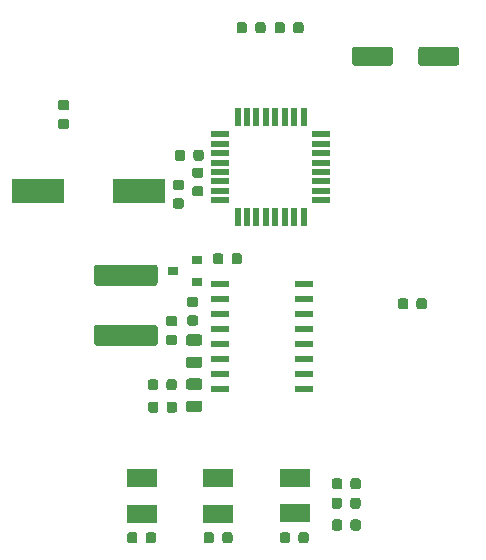
<source format=gtp>
G04 #@! TF.GenerationSoftware,KiCad,Pcbnew,5.1.9+dfsg1-1*
G04 #@! TF.CreationDate,2022-02-26T07:12:57+01:00*
G04 #@! TF.ProjectId,mobus,6d6f6275-732e-46b6-9963-61645f706362,rev?*
G04 #@! TF.SameCoordinates,Original*
G04 #@! TF.FileFunction,Paste,Top*
G04 #@! TF.FilePolarity,Positive*
%FSLAX46Y46*%
G04 Gerber Fmt 4.6, Leading zero omitted, Abs format (unit mm)*
G04 Created by KiCad (PCBNEW 5.1.9+dfsg1-1) date 2022-02-26 07:12:57*
%MOMM*%
%LPD*%
G01*
G04 APERTURE LIST*
%ADD10R,4.500000X2.000000*%
%ADD11R,1.500000X0.600000*%
%ADD12R,0.550000X1.600000*%
%ADD13R,1.600000X0.550000*%
%ADD14R,0.900000X0.800000*%
%ADD15R,2.600000X1.500000*%
G04 APERTURE END LIST*
G36*
G01*
X128810500Y-85219250D02*
X128810500Y-84706750D01*
G75*
G02*
X129029250Y-84488000I218750J0D01*
G01*
X129466750Y-84488000D01*
G75*
G02*
X129685500Y-84706750I0J-218750D01*
G01*
X129685500Y-85219250D01*
G75*
G02*
X129466750Y-85438000I-218750J0D01*
G01*
X129029250Y-85438000D01*
G75*
G02*
X128810500Y-85219250I0J218750D01*
G01*
G37*
G36*
G01*
X127235500Y-85219250D02*
X127235500Y-84706750D01*
G75*
G02*
X127454250Y-84488000I218750J0D01*
G01*
X127891750Y-84488000D01*
G75*
G02*
X128110500Y-84706750I0J-218750D01*
G01*
X128110500Y-85219250D01*
G75*
G02*
X127891750Y-85438000I-218750J0D01*
G01*
X127454250Y-85438000D01*
G75*
G02*
X127235500Y-85219250I0J218750D01*
G01*
G37*
G36*
G01*
X106653500Y-83440000D02*
X101753500Y-83440000D01*
G75*
G02*
X101503500Y-83190000I0J250000D01*
G01*
X101503500Y-81890000D01*
G75*
G02*
X101753500Y-81640000I250000J0D01*
G01*
X106653500Y-81640000D01*
G75*
G02*
X106903500Y-81890000I0J-250000D01*
G01*
X106903500Y-83190000D01*
G75*
G02*
X106653500Y-83440000I-250000J0D01*
G01*
G37*
G36*
G01*
X106653500Y-88540000D02*
X101753500Y-88540000D01*
G75*
G02*
X101503500Y-88290000I0J250000D01*
G01*
X101503500Y-86990000D01*
G75*
G02*
X101753500Y-86740000I250000J0D01*
G01*
X106653500Y-86740000D01*
G75*
G02*
X106903500Y-86990000I0J-250000D01*
G01*
X106903500Y-88290000D01*
G75*
G02*
X106653500Y-88540000I-250000J0D01*
G01*
G37*
D10*
X105278500Y-75438000D03*
X96778500Y-75438000D03*
G36*
G01*
X110555750Y-74300500D02*
X110043250Y-74300500D01*
G75*
G02*
X109824500Y-74081750I0J218750D01*
G01*
X109824500Y-73644250D01*
G75*
G02*
X110043250Y-73425500I218750J0D01*
G01*
X110555750Y-73425500D01*
G75*
G02*
X110774500Y-73644250I0J-218750D01*
G01*
X110774500Y-74081750D01*
G75*
G02*
X110555750Y-74300500I-218750J0D01*
G01*
G37*
G36*
G01*
X110555750Y-75875500D02*
X110043250Y-75875500D01*
G75*
G02*
X109824500Y-75656750I0J218750D01*
G01*
X109824500Y-75219250D01*
G75*
G02*
X110043250Y-75000500I218750J0D01*
G01*
X110555750Y-75000500D01*
G75*
G02*
X110774500Y-75219250I0J-218750D01*
G01*
X110774500Y-75656750D01*
G75*
G02*
X110555750Y-75875500I-218750J0D01*
G01*
G37*
G36*
G01*
X108904750Y-75342000D02*
X108392250Y-75342000D01*
G75*
G02*
X108173500Y-75123250I0J218750D01*
G01*
X108173500Y-74685750D01*
G75*
G02*
X108392250Y-74467000I218750J0D01*
G01*
X108904750Y-74467000D01*
G75*
G02*
X109123500Y-74685750I0J-218750D01*
G01*
X109123500Y-75123250D01*
G75*
G02*
X108904750Y-75342000I-218750J0D01*
G01*
G37*
G36*
G01*
X108904750Y-76917000D02*
X108392250Y-76917000D01*
G75*
G02*
X108173500Y-76698250I0J218750D01*
G01*
X108173500Y-76260750D01*
G75*
G02*
X108392250Y-76042000I218750J0D01*
G01*
X108904750Y-76042000D01*
G75*
G02*
X109123500Y-76260750I0J-218750D01*
G01*
X109123500Y-76698250D01*
G75*
G02*
X108904750Y-76917000I-218750J0D01*
G01*
G37*
D11*
X119247000Y-83312000D03*
X119247000Y-84582000D03*
X119247000Y-85852000D03*
X119247000Y-87122000D03*
X119247000Y-88392000D03*
X119247000Y-89662000D03*
X119247000Y-90932000D03*
X119247000Y-92202000D03*
X112147000Y-92202000D03*
X112147000Y-90932000D03*
X112147000Y-89662000D03*
X112147000Y-88392000D03*
X112147000Y-87122000D03*
X112147000Y-85852000D03*
X112147000Y-84582000D03*
X112147000Y-83312000D03*
D12*
X113659000Y-69156000D03*
X114459000Y-69156000D03*
X115259000Y-69156000D03*
X116059000Y-69156000D03*
X116859000Y-69156000D03*
X117659000Y-69156000D03*
X118459000Y-69156000D03*
X119259000Y-69156000D03*
D13*
X120709000Y-70606000D03*
X120709000Y-71406000D03*
X120709000Y-72206000D03*
X120709000Y-73006000D03*
X120709000Y-73806000D03*
X120709000Y-74606000D03*
X120709000Y-75406000D03*
X120709000Y-76206000D03*
D12*
X119259000Y-77656000D03*
X118459000Y-77656000D03*
X117659000Y-77656000D03*
X116859000Y-77656000D03*
X116059000Y-77656000D03*
X115259000Y-77656000D03*
X114459000Y-77656000D03*
X113659000Y-77656000D03*
D13*
X112209000Y-76206000D03*
X112209000Y-75406000D03*
X112209000Y-74606000D03*
X112209000Y-73806000D03*
X112209000Y-73006000D03*
X112209000Y-72206000D03*
X112209000Y-71406000D03*
X112209000Y-70606000D03*
G36*
G01*
X107820750Y-87573500D02*
X108333250Y-87573500D01*
G75*
G02*
X108552000Y-87792250I0J-218750D01*
G01*
X108552000Y-88229750D01*
G75*
G02*
X108333250Y-88448500I-218750J0D01*
G01*
X107820750Y-88448500D01*
G75*
G02*
X107602000Y-88229750I0J218750D01*
G01*
X107602000Y-87792250D01*
G75*
G02*
X107820750Y-87573500I218750J0D01*
G01*
G37*
G36*
G01*
X107820750Y-85998500D02*
X108333250Y-85998500D01*
G75*
G02*
X108552000Y-86217250I0J-218750D01*
G01*
X108552000Y-86654750D01*
G75*
G02*
X108333250Y-86873500I-218750J0D01*
G01*
X107820750Y-86873500D01*
G75*
G02*
X107602000Y-86654750I0J218750D01*
G01*
X107602000Y-86217250D01*
G75*
G02*
X107820750Y-85998500I218750J0D01*
G01*
G37*
G36*
G01*
X109598750Y-85948000D02*
X110111250Y-85948000D01*
G75*
G02*
X110330000Y-86166750I0J-218750D01*
G01*
X110330000Y-86604250D01*
G75*
G02*
X110111250Y-86823000I-218750J0D01*
G01*
X109598750Y-86823000D01*
G75*
G02*
X109380000Y-86604250I0J218750D01*
G01*
X109380000Y-86166750D01*
G75*
G02*
X109598750Y-85948000I218750J0D01*
G01*
G37*
G36*
G01*
X109598750Y-84373000D02*
X110111250Y-84373000D01*
G75*
G02*
X110330000Y-84591750I0J-218750D01*
G01*
X110330000Y-85029250D01*
G75*
G02*
X110111250Y-85248000I-218750J0D01*
G01*
X109598750Y-85248000D01*
G75*
G02*
X109380000Y-85029250I0J218750D01*
G01*
X109380000Y-84591750D01*
G75*
G02*
X109598750Y-84373000I218750J0D01*
G01*
G37*
G36*
G01*
X106939500Y-91564750D02*
X106939500Y-92077250D01*
G75*
G02*
X106720750Y-92296000I-218750J0D01*
G01*
X106283250Y-92296000D01*
G75*
G02*
X106064500Y-92077250I0J218750D01*
G01*
X106064500Y-91564750D01*
G75*
G02*
X106283250Y-91346000I218750J0D01*
G01*
X106720750Y-91346000D01*
G75*
G02*
X106939500Y-91564750I0J-218750D01*
G01*
G37*
G36*
G01*
X108514500Y-91564750D02*
X108514500Y-92077250D01*
G75*
G02*
X108295750Y-92296000I-218750J0D01*
G01*
X107858250Y-92296000D01*
G75*
G02*
X107639500Y-92077250I0J218750D01*
G01*
X107639500Y-91564750D01*
G75*
G02*
X107858250Y-91346000I218750J0D01*
G01*
X108295750Y-91346000D01*
G75*
G02*
X108514500Y-91564750I0J-218750D01*
G01*
G37*
G36*
G01*
X106965000Y-93469750D02*
X106965000Y-93982250D01*
G75*
G02*
X106746250Y-94201000I-218750J0D01*
G01*
X106308750Y-94201000D01*
G75*
G02*
X106090000Y-93982250I0J218750D01*
G01*
X106090000Y-93469750D01*
G75*
G02*
X106308750Y-93251000I218750J0D01*
G01*
X106746250Y-93251000D01*
G75*
G02*
X106965000Y-93469750I0J-218750D01*
G01*
G37*
G36*
G01*
X108540000Y-93469750D02*
X108540000Y-93982250D01*
G75*
G02*
X108321250Y-94201000I-218750J0D01*
G01*
X107883750Y-94201000D01*
G75*
G02*
X107665000Y-93982250I0J218750D01*
G01*
X107665000Y-93469750D01*
G75*
G02*
X107883750Y-93251000I218750J0D01*
G01*
X108321250Y-93251000D01*
G75*
G02*
X108540000Y-93469750I0J-218750D01*
G01*
G37*
G36*
G01*
X122497000Y-101597750D02*
X122497000Y-102110250D01*
G75*
G02*
X122278250Y-102329000I-218750J0D01*
G01*
X121840750Y-102329000D01*
G75*
G02*
X121622000Y-102110250I0J218750D01*
G01*
X121622000Y-101597750D01*
G75*
G02*
X121840750Y-101379000I218750J0D01*
G01*
X122278250Y-101379000D01*
G75*
G02*
X122497000Y-101597750I0J-218750D01*
G01*
G37*
G36*
G01*
X124072000Y-101597750D02*
X124072000Y-102110250D01*
G75*
G02*
X123853250Y-102329000I-218750J0D01*
G01*
X123415750Y-102329000D01*
G75*
G02*
X123197000Y-102110250I0J218750D01*
G01*
X123197000Y-101597750D01*
G75*
G02*
X123415750Y-101379000I218750J0D01*
G01*
X123853250Y-101379000D01*
G75*
G02*
X124072000Y-101597750I0J-218750D01*
G01*
G37*
G36*
G01*
X105187000Y-104518750D02*
X105187000Y-105031250D01*
G75*
G02*
X104968250Y-105250000I-218750J0D01*
G01*
X104530750Y-105250000D01*
G75*
G02*
X104312000Y-105031250I0J218750D01*
G01*
X104312000Y-104518750D01*
G75*
G02*
X104530750Y-104300000I218750J0D01*
G01*
X104968250Y-104300000D01*
G75*
G02*
X105187000Y-104518750I0J-218750D01*
G01*
G37*
G36*
G01*
X106762000Y-104518750D02*
X106762000Y-105031250D01*
G75*
G02*
X106543250Y-105250000I-218750J0D01*
G01*
X106105750Y-105250000D01*
G75*
G02*
X105887000Y-105031250I0J218750D01*
G01*
X105887000Y-104518750D01*
G75*
G02*
X106105750Y-104300000I218750J0D01*
G01*
X106543250Y-104300000D01*
G75*
G02*
X106762000Y-104518750I0J-218750D01*
G01*
G37*
G36*
G01*
X122522500Y-99946750D02*
X122522500Y-100459250D01*
G75*
G02*
X122303750Y-100678000I-218750J0D01*
G01*
X121866250Y-100678000D01*
G75*
G02*
X121647500Y-100459250I0J218750D01*
G01*
X121647500Y-99946750D01*
G75*
G02*
X121866250Y-99728000I218750J0D01*
G01*
X122303750Y-99728000D01*
G75*
G02*
X122522500Y-99946750I0J-218750D01*
G01*
G37*
G36*
G01*
X124097500Y-99946750D02*
X124097500Y-100459250D01*
G75*
G02*
X123878750Y-100678000I-218750J0D01*
G01*
X123441250Y-100678000D01*
G75*
G02*
X123222500Y-100459250I0J218750D01*
G01*
X123222500Y-99946750D01*
G75*
G02*
X123441250Y-99728000I218750J0D01*
G01*
X123878750Y-99728000D01*
G75*
G02*
X124097500Y-99946750I0J-218750D01*
G01*
G37*
G36*
G01*
X111664000Y-104518750D02*
X111664000Y-105031250D01*
G75*
G02*
X111445250Y-105250000I-218750J0D01*
G01*
X111007750Y-105250000D01*
G75*
G02*
X110789000Y-105031250I0J218750D01*
G01*
X110789000Y-104518750D01*
G75*
G02*
X111007750Y-104300000I218750J0D01*
G01*
X111445250Y-104300000D01*
G75*
G02*
X111664000Y-104518750I0J-218750D01*
G01*
G37*
G36*
G01*
X113239000Y-104518750D02*
X113239000Y-105031250D01*
G75*
G02*
X113020250Y-105250000I-218750J0D01*
G01*
X112582750Y-105250000D01*
G75*
G02*
X112364000Y-105031250I0J218750D01*
G01*
X112364000Y-104518750D01*
G75*
G02*
X112582750Y-104300000I218750J0D01*
G01*
X113020250Y-104300000D01*
G75*
G02*
X113239000Y-104518750I0J-218750D01*
G01*
G37*
G36*
G01*
X122522500Y-103439250D02*
X122522500Y-103951750D01*
G75*
G02*
X122303750Y-104170500I-218750J0D01*
G01*
X121866250Y-104170500D01*
G75*
G02*
X121647500Y-103951750I0J218750D01*
G01*
X121647500Y-103439250D01*
G75*
G02*
X121866250Y-103220500I218750J0D01*
G01*
X122303750Y-103220500D01*
G75*
G02*
X122522500Y-103439250I0J-218750D01*
G01*
G37*
G36*
G01*
X124097500Y-103439250D02*
X124097500Y-103951750D01*
G75*
G02*
X123878750Y-104170500I-218750J0D01*
G01*
X123441250Y-104170500D01*
G75*
G02*
X123222500Y-103951750I0J218750D01*
G01*
X123222500Y-103439250D01*
G75*
G02*
X123441250Y-103220500I218750J0D01*
G01*
X123878750Y-103220500D01*
G75*
G02*
X124097500Y-103439250I0J-218750D01*
G01*
G37*
G36*
G01*
X118115500Y-104518750D02*
X118115500Y-105031250D01*
G75*
G02*
X117896750Y-105250000I-218750J0D01*
G01*
X117459250Y-105250000D01*
G75*
G02*
X117240500Y-105031250I0J218750D01*
G01*
X117240500Y-104518750D01*
G75*
G02*
X117459250Y-104300000I218750J0D01*
G01*
X117896750Y-104300000D01*
G75*
G02*
X118115500Y-104518750I0J-218750D01*
G01*
G37*
G36*
G01*
X119690500Y-104518750D02*
X119690500Y-105031250D01*
G75*
G02*
X119471750Y-105250000I-218750J0D01*
G01*
X119034250Y-105250000D01*
G75*
G02*
X118815500Y-105031250I0J218750D01*
G01*
X118815500Y-104518750D01*
G75*
G02*
X119034250Y-104300000I218750J0D01*
G01*
X119471750Y-104300000D01*
G75*
G02*
X119690500Y-104518750I0J-218750D01*
G01*
G37*
D14*
X108220000Y-82169000D03*
X110220000Y-81219000D03*
X110220000Y-83119000D03*
D15*
X105537000Y-99719000D03*
X105537000Y-102719000D03*
X112014000Y-99743000D03*
X112014000Y-102743000D03*
X118491000Y-99695000D03*
X118491000Y-102695000D03*
G36*
G01*
X110438250Y-88528500D02*
X109525750Y-88528500D01*
G75*
G02*
X109282000Y-88284750I0J243750D01*
G01*
X109282000Y-87797250D01*
G75*
G02*
X109525750Y-87553500I243750J0D01*
G01*
X110438250Y-87553500D01*
G75*
G02*
X110682000Y-87797250I0J-243750D01*
G01*
X110682000Y-88284750D01*
G75*
G02*
X110438250Y-88528500I-243750J0D01*
G01*
G37*
G36*
G01*
X110438250Y-90403500D02*
X109525750Y-90403500D01*
G75*
G02*
X109282000Y-90159750I0J243750D01*
G01*
X109282000Y-89672250D01*
G75*
G02*
X109525750Y-89428500I243750J0D01*
G01*
X110438250Y-89428500D01*
G75*
G02*
X110682000Y-89672250I0J-243750D01*
G01*
X110682000Y-90159750D01*
G75*
G02*
X110438250Y-90403500I-243750J0D01*
G01*
G37*
G36*
G01*
X110438250Y-92260000D02*
X109525750Y-92260000D01*
G75*
G02*
X109282000Y-92016250I0J243750D01*
G01*
X109282000Y-91528750D01*
G75*
G02*
X109525750Y-91285000I243750J0D01*
G01*
X110438250Y-91285000D01*
G75*
G02*
X110682000Y-91528750I0J-243750D01*
G01*
X110682000Y-92016250D01*
G75*
G02*
X110438250Y-92260000I-243750J0D01*
G01*
G37*
G36*
G01*
X110438250Y-94135000D02*
X109525750Y-94135000D01*
G75*
G02*
X109282000Y-93891250I0J243750D01*
G01*
X109282000Y-93403750D01*
G75*
G02*
X109525750Y-93160000I243750J0D01*
G01*
X110438250Y-93160000D01*
G75*
G02*
X110682000Y-93403750I0J-243750D01*
G01*
X110682000Y-93891250D01*
G75*
G02*
X110438250Y-94135000I-243750J0D01*
G01*
G37*
G36*
G01*
X113151500Y-81409250D02*
X113151500Y-80896750D01*
G75*
G02*
X113370250Y-80678000I218750J0D01*
G01*
X113807750Y-80678000D01*
G75*
G02*
X114026500Y-80896750I0J-218750D01*
G01*
X114026500Y-81409250D01*
G75*
G02*
X113807750Y-81628000I-218750J0D01*
G01*
X113370250Y-81628000D01*
G75*
G02*
X113151500Y-81409250I0J218750D01*
G01*
G37*
G36*
G01*
X111576500Y-81409250D02*
X111576500Y-80896750D01*
G75*
G02*
X111795250Y-80678000I218750J0D01*
G01*
X112232750Y-80678000D01*
G75*
G02*
X112451500Y-80896750I0J-218750D01*
G01*
X112451500Y-81409250D01*
G75*
G02*
X112232750Y-81628000I-218750J0D01*
G01*
X111795250Y-81628000D01*
G75*
G02*
X111576500Y-81409250I0J218750D01*
G01*
G37*
G36*
G01*
X98676750Y-69285500D02*
X99189250Y-69285500D01*
G75*
G02*
X99408000Y-69504250I0J-218750D01*
G01*
X99408000Y-69941750D01*
G75*
G02*
X99189250Y-70160500I-218750J0D01*
G01*
X98676750Y-70160500D01*
G75*
G02*
X98458000Y-69941750I0J218750D01*
G01*
X98458000Y-69504250D01*
G75*
G02*
X98676750Y-69285500I218750J0D01*
G01*
G37*
G36*
G01*
X98676750Y-67710500D02*
X99189250Y-67710500D01*
G75*
G02*
X99408000Y-67929250I0J-218750D01*
G01*
X99408000Y-68366750D01*
G75*
G02*
X99189250Y-68585500I-218750J0D01*
G01*
X98676750Y-68585500D01*
G75*
G02*
X98458000Y-68366750I0J218750D01*
G01*
X98458000Y-67929250D01*
G75*
G02*
X98676750Y-67710500I218750J0D01*
G01*
G37*
G36*
G01*
X115158000Y-61851250D02*
X115158000Y-61338750D01*
G75*
G02*
X115376750Y-61120000I218750J0D01*
G01*
X115814250Y-61120000D01*
G75*
G02*
X116033000Y-61338750I0J-218750D01*
G01*
X116033000Y-61851250D01*
G75*
G02*
X115814250Y-62070000I-218750J0D01*
G01*
X115376750Y-62070000D01*
G75*
G02*
X115158000Y-61851250I0J218750D01*
G01*
G37*
G36*
G01*
X113583000Y-61851250D02*
X113583000Y-61338750D01*
G75*
G02*
X113801750Y-61120000I218750J0D01*
G01*
X114239250Y-61120000D01*
G75*
G02*
X114458000Y-61338750I0J-218750D01*
G01*
X114458000Y-61851250D01*
G75*
G02*
X114239250Y-62070000I-218750J0D01*
G01*
X113801750Y-62070000D01*
G75*
G02*
X113583000Y-61851250I0J218750D01*
G01*
G37*
G36*
G01*
X117671000Y-61338750D02*
X117671000Y-61851250D01*
G75*
G02*
X117452250Y-62070000I-218750J0D01*
G01*
X117014750Y-62070000D01*
G75*
G02*
X116796000Y-61851250I0J218750D01*
G01*
X116796000Y-61338750D01*
G75*
G02*
X117014750Y-61120000I218750J0D01*
G01*
X117452250Y-61120000D01*
G75*
G02*
X117671000Y-61338750I0J-218750D01*
G01*
G37*
G36*
G01*
X119246000Y-61338750D02*
X119246000Y-61851250D01*
G75*
G02*
X119027250Y-62070000I-218750J0D01*
G01*
X118589750Y-62070000D01*
G75*
G02*
X118371000Y-61851250I0J218750D01*
G01*
X118371000Y-61338750D01*
G75*
G02*
X118589750Y-61120000I218750J0D01*
G01*
X119027250Y-61120000D01*
G75*
G02*
X119246000Y-61338750I0J-218750D01*
G01*
G37*
G36*
G01*
X126839000Y-63458000D02*
X126839000Y-64558000D01*
G75*
G02*
X126589000Y-64808000I-250000J0D01*
G01*
X123589000Y-64808000D01*
G75*
G02*
X123339000Y-64558000I0J250000D01*
G01*
X123339000Y-63458000D01*
G75*
G02*
X123589000Y-63208000I250000J0D01*
G01*
X126589000Y-63208000D01*
G75*
G02*
X126839000Y-63458000I0J-250000D01*
G01*
G37*
G36*
G01*
X132439000Y-63458000D02*
X132439000Y-64558000D01*
G75*
G02*
X132189000Y-64808000I-250000J0D01*
G01*
X129189000Y-64808000D01*
G75*
G02*
X128939000Y-64558000I0J250000D01*
G01*
X128939000Y-63458000D01*
G75*
G02*
X129189000Y-63208000I250000J0D01*
G01*
X132189000Y-63208000D01*
G75*
G02*
X132439000Y-63458000I0J-250000D01*
G01*
G37*
G36*
G01*
X109225500Y-72133750D02*
X109225500Y-72646250D01*
G75*
G02*
X109006750Y-72865000I-218750J0D01*
G01*
X108569250Y-72865000D01*
G75*
G02*
X108350500Y-72646250I0J218750D01*
G01*
X108350500Y-72133750D01*
G75*
G02*
X108569250Y-71915000I218750J0D01*
G01*
X109006750Y-71915000D01*
G75*
G02*
X109225500Y-72133750I0J-218750D01*
G01*
G37*
G36*
G01*
X110800500Y-72133750D02*
X110800500Y-72646250D01*
G75*
G02*
X110581750Y-72865000I-218750J0D01*
G01*
X110144250Y-72865000D01*
G75*
G02*
X109925500Y-72646250I0J218750D01*
G01*
X109925500Y-72133750D01*
G75*
G02*
X110144250Y-71915000I218750J0D01*
G01*
X110581750Y-71915000D01*
G75*
G02*
X110800500Y-72133750I0J-218750D01*
G01*
G37*
M02*

</source>
